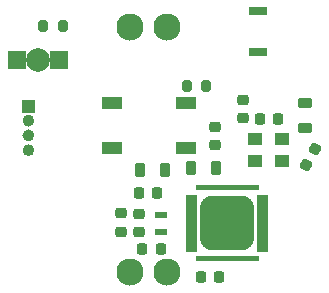
<source format=gbr>
%TF.GenerationSoftware,KiCad,Pcbnew,(6.0.1)*%
%TF.CreationDate,2022-03-21T18:15:36+01:00*%
%TF.ProjectId,KiCad_PCB,4b694361-645f-4504-9342-2e6b69636164,rev?*%
%TF.SameCoordinates,Original*%
%TF.FileFunction,Soldermask,Top*%
%TF.FilePolarity,Negative*%
%FSLAX46Y46*%
G04 Gerber Fmt 4.6, Leading zero omitted, Abs format (unit mm)*
G04 Created by KiCad (PCBNEW (6.0.1)) date 2022-03-21 18:15:36*
%MOMM*%
%LPD*%
G01*
G04 APERTURE LIST*
G04 Aperture macros list*
%AMRoundRect*
0 Rectangle with rounded corners*
0 $1 Rounding radius*
0 $2 $3 $4 $5 $6 $7 $8 $9 X,Y pos of 4 corners*
0 Add a 4 corners polygon primitive as box body*
4,1,4,$2,$3,$4,$5,$6,$7,$8,$9,$2,$3,0*
0 Add four circle primitives for the rounded corners*
1,1,$1+$1,$2,$3*
1,1,$1+$1,$4,$5*
1,1,$1+$1,$6,$7*
1,1,$1+$1,$8,$9*
0 Add four rect primitives between the rounded corners*
20,1,$1+$1,$2,$3,$4,$5,0*
20,1,$1+$1,$4,$5,$6,$7,0*
20,1,$1+$1,$6,$7,$8,$9,0*
20,1,$1+$1,$8,$9,$2,$3,0*%
G04 Aperture macros list end*
%ADD10C,0.010000*%
%ADD11C,0.501200*%
%ADD12RoundRect,0.225000X0.225000X0.250000X-0.225000X0.250000X-0.225000X-0.250000X0.225000X-0.250000X0*%
%ADD13RoundRect,0.225000X0.104006X-0.319856X0.329006X0.069856X-0.104006X0.319856X-0.329006X-0.069856X0*%
%ADD14RoundRect,0.225000X0.250000X-0.225000X0.250000X0.225000X-0.250000X0.225000X-0.250000X-0.225000X0*%
%ADD15RoundRect,0.218750X-0.218750X-0.381250X0.218750X-0.381250X0.218750X0.381250X-0.218750X0.381250X0*%
%ADD16R,1.100000X0.600000*%
%ADD17C,2.000000*%
%ADD18R,1.500000X1.590000*%
%ADD19RoundRect,0.218750X0.381250X-0.218750X0.381250X0.218750X-0.381250X0.218750X-0.381250X-0.218750X0*%
%ADD20RoundRect,0.225000X-0.250000X0.225000X-0.250000X-0.225000X0.250000X-0.225000X0.250000X0.225000X0*%
%ADD21R,1.700000X1.000000*%
%ADD22R,1.600000X0.800000*%
%ADD23R,1.300000X1.100000*%
%ADD24RoundRect,1.058000X-1.242000X-1.242000X1.242000X-1.242000X1.242000X1.242000X-1.242000X1.242000X0*%
%ADD25RoundRect,0.200000X-0.200000X-0.275000X0.200000X-0.275000X0.200000X0.275000X-0.200000X0.275000X0*%
%ADD26RoundRect,0.225000X-0.225000X-0.250000X0.225000X-0.250000X0.225000X0.250000X-0.225000X0.250000X0*%
%ADD27RoundRect,0.200000X0.200000X0.275000X-0.200000X0.275000X-0.200000X-0.275000X0.200000X-0.275000X0*%
%ADD28C,2.300000*%
G04 APERTURE END LIST*
D10*
%TO.C,U2*%
X154553283Y-108403000D02*
X155403000Y-108403000D01*
X155403000Y-108403000D02*
X155403000Y-108758140D01*
X155403000Y-108758140D02*
X154553283Y-108758140D01*
X154553283Y-108758140D02*
X154553283Y-108403000D01*
G36*
X155403000Y-108758140D02*
G01*
X154553283Y-108758140D01*
X154553283Y-108403000D01*
X155403000Y-108403000D01*
X155403000Y-108758140D01*
G37*
X155403000Y-108758140D02*
X154553283Y-108758140D01*
X154553283Y-108403000D01*
X155403000Y-108403000D01*
X155403000Y-108758140D01*
X150947770Y-105203000D02*
X151803000Y-105203000D01*
X151803000Y-105203000D02*
X151803000Y-105552962D01*
X151803000Y-105552962D02*
X150947770Y-105552962D01*
X150947770Y-105552962D02*
X150947770Y-105203000D01*
G36*
X151803000Y-105552962D02*
G01*
X150947770Y-105552962D01*
X150947770Y-105203000D01*
X151803000Y-105203000D01*
X151803000Y-105552962D01*
G37*
X151803000Y-105552962D02*
X150947770Y-105552962D01*
X150947770Y-105203000D01*
X151803000Y-105203000D01*
X151803000Y-105552962D01*
X156156450Y-108403000D02*
X157003000Y-108403000D01*
X157003000Y-108403000D02*
X157003000Y-108759170D01*
X157003000Y-108759170D02*
X156156450Y-108759170D01*
X156156450Y-108759170D02*
X156156450Y-108403000D01*
G36*
X157003000Y-108759170D02*
G01*
X156156450Y-108759170D01*
X156156450Y-108403000D01*
X157003000Y-108403000D01*
X157003000Y-108759170D01*
G37*
X157003000Y-108759170D02*
X156156450Y-108759170D01*
X156156450Y-108403000D01*
X157003000Y-108403000D01*
X157003000Y-108759170D01*
X152552000Y-102403000D02*
X153403000Y-102403000D01*
X153403000Y-102403000D02*
X153403000Y-102751450D01*
X153403000Y-102751450D02*
X152552000Y-102751450D01*
X152552000Y-102751450D02*
X152552000Y-102403000D01*
G36*
X153403000Y-102751450D02*
G01*
X152552000Y-102751450D01*
X152552000Y-102403000D01*
X153403000Y-102403000D01*
X153403000Y-102751450D01*
G37*
X153403000Y-102751450D02*
X152552000Y-102751450D01*
X152552000Y-102403000D01*
X153403000Y-102403000D01*
X153403000Y-102751450D01*
X150950410Y-106003000D02*
X151803000Y-106003000D01*
X151803000Y-106003000D02*
X151803000Y-106353586D01*
X151803000Y-106353586D02*
X150950410Y-106353586D01*
X150950410Y-106353586D02*
X150950410Y-106003000D01*
G36*
X151803000Y-106353586D02*
G01*
X150950410Y-106353586D01*
X150950410Y-106003000D01*
X151803000Y-106003000D01*
X151803000Y-106353586D01*
G37*
X151803000Y-106353586D02*
X150950410Y-106353586D01*
X150950410Y-106003000D01*
X151803000Y-106003000D01*
X151803000Y-106353586D01*
X152952560Y-108403000D02*
X153803000Y-108403000D01*
X153803000Y-108403000D02*
X153803000Y-108753980D01*
X153803000Y-108753980D02*
X152952560Y-108753980D01*
X152952560Y-108753980D02*
X152952560Y-108403000D01*
G36*
X153803000Y-108753980D02*
G01*
X152952560Y-108753980D01*
X152952560Y-108403000D01*
X153803000Y-108403000D01*
X153803000Y-108753980D01*
G37*
X153803000Y-108753980D02*
X152952560Y-108753980D01*
X152952560Y-108403000D01*
X153803000Y-108403000D01*
X153803000Y-108753980D01*
X155353646Y-102403000D02*
X156203000Y-102403000D01*
X156203000Y-102403000D02*
X156203000Y-102751130D01*
X156203000Y-102751130D02*
X155353646Y-102751130D01*
X155353646Y-102751130D02*
X155353646Y-102403000D01*
G36*
X156203000Y-102751130D02*
G01*
X155353646Y-102751130D01*
X155353646Y-102403000D01*
X156203000Y-102403000D01*
X156203000Y-102751130D01*
G37*
X156203000Y-102751130D02*
X155353646Y-102751130D01*
X155353646Y-102403000D01*
X156203000Y-102403000D01*
X156203000Y-102751130D01*
X153352650Y-108403000D02*
X154203000Y-108403000D01*
X154203000Y-108403000D02*
X154203000Y-108754080D01*
X154203000Y-108754080D02*
X153352650Y-108754080D01*
X153352650Y-108754080D02*
X153352650Y-108403000D01*
G36*
X154203000Y-108754080D02*
G01*
X153352650Y-108754080D01*
X153352650Y-108403000D01*
X154203000Y-108403000D01*
X154203000Y-108754080D01*
G37*
X154203000Y-108754080D02*
X153352650Y-108754080D01*
X153352650Y-108403000D01*
X154203000Y-108403000D01*
X154203000Y-108754080D01*
X150949730Y-106803000D02*
X151803000Y-106803000D01*
X151803000Y-106803000D02*
X151803000Y-107154510D01*
X151803000Y-107154510D02*
X150949730Y-107154510D01*
X150949730Y-107154510D02*
X150949730Y-106803000D01*
G36*
X151803000Y-107154510D02*
G01*
X150949730Y-107154510D01*
X150949730Y-106803000D01*
X151803000Y-106803000D01*
X151803000Y-107154510D01*
G37*
X151803000Y-107154510D02*
X150949730Y-107154510D01*
X150949730Y-106803000D01*
X151803000Y-106803000D01*
X151803000Y-107154510D01*
X154953084Y-102403000D02*
X155803000Y-102403000D01*
X155803000Y-102403000D02*
X155803000Y-102752590D01*
X155803000Y-102752590D02*
X154953084Y-102752590D01*
X154953084Y-102752590D02*
X154953084Y-102403000D01*
G36*
X155803000Y-102752590D02*
G01*
X154953084Y-102752590D01*
X154953084Y-102403000D01*
X155803000Y-102403000D01*
X155803000Y-102752590D01*
G37*
X155803000Y-102752590D02*
X154953084Y-102752590D01*
X154953084Y-102403000D01*
X155803000Y-102403000D01*
X155803000Y-102752590D01*
X156956200Y-107603000D02*
X157803000Y-107603000D01*
X157803000Y-107603000D02*
X157803000Y-107955950D01*
X157803000Y-107955950D02*
X156956200Y-107955950D01*
X156956200Y-107955950D02*
X156956200Y-107603000D01*
G36*
X157803000Y-107955950D02*
G01*
X156956200Y-107955950D01*
X156956200Y-107603000D01*
X157803000Y-107603000D01*
X157803000Y-107955950D01*
G37*
X157803000Y-107955950D02*
X156956200Y-107955950D01*
X156956200Y-107603000D01*
X157803000Y-107603000D01*
X157803000Y-107955950D01*
X151751600Y-102403000D02*
X152603000Y-102403000D01*
X152603000Y-102403000D02*
X152603000Y-102751490D01*
X152603000Y-102751490D02*
X151751600Y-102751490D01*
X151751600Y-102751490D02*
X151751600Y-102403000D01*
G36*
X152603000Y-102751490D02*
G01*
X151751600Y-102751490D01*
X151751600Y-102403000D01*
X152603000Y-102403000D01*
X152603000Y-102751490D01*
G37*
X152603000Y-102751490D02*
X151751600Y-102751490D01*
X151751600Y-102403000D01*
X152603000Y-102403000D01*
X152603000Y-102751490D01*
X150948110Y-103203000D02*
X151803000Y-103203000D01*
X151803000Y-103203000D02*
X151803000Y-103550110D01*
X151803000Y-103550110D02*
X150948110Y-103550110D01*
X150948110Y-103550110D02*
X150948110Y-103203000D01*
G36*
X151803000Y-103550110D02*
G01*
X150948110Y-103550110D01*
X150948110Y-103203000D01*
X151803000Y-103203000D01*
X151803000Y-103550110D01*
G37*
X151803000Y-103550110D02*
X150948110Y-103550110D01*
X150948110Y-103203000D01*
X151803000Y-103203000D01*
X151803000Y-103550110D01*
X150947100Y-104803000D02*
X151803000Y-104803000D01*
X151803000Y-104803000D02*
X151803000Y-105152268D01*
X151803000Y-105152268D02*
X150947100Y-105152268D01*
X150947100Y-105152268D02*
X150947100Y-104803000D01*
G36*
X151803000Y-105152268D02*
G01*
X150947100Y-105152268D01*
X150947100Y-104803000D01*
X151803000Y-104803000D01*
X151803000Y-105152268D01*
G37*
X151803000Y-105152268D02*
X150947100Y-105152268D01*
X150947100Y-104803000D01*
X151803000Y-104803000D01*
X151803000Y-105152268D01*
X152952910Y-102403000D02*
X153803000Y-102403000D01*
X153803000Y-102403000D02*
X153803000Y-102752830D01*
X153803000Y-102752830D02*
X152952910Y-102752830D01*
X152952910Y-102752830D02*
X152952910Y-102403000D01*
G36*
X153803000Y-102752830D02*
G01*
X152952910Y-102752830D01*
X152952910Y-102403000D01*
X153803000Y-102403000D01*
X153803000Y-102752830D01*
G37*
X153803000Y-102752830D02*
X152952910Y-102752830D01*
X152952910Y-102403000D01*
X153803000Y-102403000D01*
X153803000Y-102752830D01*
X156154910Y-102403000D02*
X157003000Y-102403000D01*
X157003000Y-102403000D02*
X157003000Y-102749960D01*
X157003000Y-102749960D02*
X156154910Y-102749960D01*
X156154910Y-102749960D02*
X156154910Y-102403000D01*
G36*
X157003000Y-102749960D02*
G01*
X156154910Y-102749960D01*
X156154910Y-102403000D01*
X157003000Y-102403000D01*
X157003000Y-102749960D01*
G37*
X157003000Y-102749960D02*
X156154910Y-102749960D01*
X156154910Y-102403000D01*
X157003000Y-102403000D01*
X157003000Y-102749960D01*
X152152060Y-102403000D02*
X153003000Y-102403000D01*
X153003000Y-102403000D02*
X153003000Y-102751810D01*
X153003000Y-102751810D02*
X152152060Y-102751810D01*
X152152060Y-102751810D02*
X152152060Y-102403000D01*
G36*
X153003000Y-102751810D02*
G01*
X152152060Y-102751810D01*
X152152060Y-102403000D01*
X153003000Y-102403000D01*
X153003000Y-102751810D01*
G37*
X153003000Y-102751810D02*
X152152060Y-102751810D01*
X152152060Y-102403000D01*
X153003000Y-102403000D01*
X153003000Y-102751810D01*
X154152994Y-108403000D02*
X155003000Y-108403000D01*
X155003000Y-108403000D02*
X155003000Y-108753090D01*
X155003000Y-108753090D02*
X154152994Y-108753090D01*
X154152994Y-108753090D02*
X154152994Y-108403000D01*
G36*
X155003000Y-108753090D02*
G01*
X154152994Y-108753090D01*
X154152994Y-108403000D01*
X155003000Y-108403000D01*
X155003000Y-108753090D01*
G37*
X155003000Y-108753090D02*
X154152994Y-108753090D01*
X154152994Y-108403000D01*
X155003000Y-108403000D01*
X155003000Y-108753090D01*
X154954129Y-108403000D02*
X155803000Y-108403000D01*
X155803000Y-108403000D02*
X155803000Y-108759230D01*
X155803000Y-108759230D02*
X154954129Y-108759230D01*
X154954129Y-108759230D02*
X154954129Y-108403000D01*
G36*
X155803000Y-108759230D02*
G01*
X154954129Y-108759230D01*
X154954129Y-108403000D01*
X155803000Y-108403000D01*
X155803000Y-108759230D01*
G37*
X155803000Y-108759230D02*
X154954129Y-108759230D01*
X154954129Y-108403000D01*
X155803000Y-108403000D01*
X155803000Y-108759230D01*
X150946860Y-104003000D02*
X151803000Y-104003000D01*
X151803000Y-104003000D02*
X151803000Y-104350800D01*
X151803000Y-104350800D02*
X150946860Y-104350800D01*
X150946860Y-104350800D02*
X150946860Y-104003000D01*
G36*
X151803000Y-104350800D02*
G01*
X150946860Y-104350800D01*
X150946860Y-104003000D01*
X151803000Y-104003000D01*
X151803000Y-104350800D01*
G37*
X151803000Y-104350800D02*
X150946860Y-104350800D01*
X150946860Y-104003000D01*
X151803000Y-104003000D01*
X151803000Y-104350800D01*
X156955270Y-104803000D02*
X157803000Y-104803000D01*
X157803000Y-104803000D02*
X157803000Y-105152625D01*
X157803000Y-105152625D02*
X156955270Y-105152625D01*
X156955270Y-105152625D02*
X156955270Y-104803000D01*
G36*
X157803000Y-105152625D02*
G01*
X156955270Y-105152625D01*
X156955270Y-104803000D01*
X157803000Y-104803000D01*
X157803000Y-105152625D01*
G37*
X157803000Y-105152625D02*
X156955270Y-105152625D01*
X156955270Y-104803000D01*
X157803000Y-104803000D01*
X157803000Y-105152625D01*
X153752342Y-102403000D02*
X154603000Y-102403000D01*
X154603000Y-102403000D02*
X154603000Y-102750020D01*
X154603000Y-102750020D02*
X153752342Y-102750020D01*
X153752342Y-102750020D02*
X153752342Y-102403000D01*
G36*
X154603000Y-102750020D02*
G01*
X153752342Y-102750020D01*
X153752342Y-102403000D01*
X154603000Y-102403000D01*
X154603000Y-102750020D01*
G37*
X154603000Y-102750020D02*
X153752342Y-102750020D01*
X153752342Y-102403000D01*
X154603000Y-102403000D01*
X154603000Y-102750020D01*
X150950380Y-106403000D02*
X151803000Y-106403000D01*
X151803000Y-106403000D02*
X151803000Y-106753900D01*
X151803000Y-106753900D02*
X150950380Y-106753900D01*
X150950380Y-106753900D02*
X150950380Y-106403000D01*
G36*
X151803000Y-106753900D02*
G01*
X150950380Y-106753900D01*
X150950380Y-106403000D01*
X151803000Y-106403000D01*
X151803000Y-106753900D01*
G37*
X151803000Y-106753900D02*
X150950380Y-106753900D01*
X150950380Y-106403000D01*
X151803000Y-106403000D01*
X151803000Y-106753900D01*
X152152090Y-108403000D02*
X153003000Y-108403000D01*
X153003000Y-108403000D02*
X153003000Y-108754300D01*
X153003000Y-108754300D02*
X152152090Y-108754300D01*
X152152090Y-108754300D02*
X152152090Y-108403000D01*
G36*
X153003000Y-108754300D02*
G01*
X152152090Y-108754300D01*
X152152090Y-108403000D01*
X153003000Y-108403000D01*
X153003000Y-108754300D01*
G37*
X153003000Y-108754300D02*
X152152090Y-108754300D01*
X152152090Y-108403000D01*
X153003000Y-108403000D01*
X153003000Y-108754300D01*
X155754400Y-108403000D02*
X156603000Y-108403000D01*
X156603000Y-108403000D02*
X156603000Y-108756240D01*
X156603000Y-108756240D02*
X155754400Y-108756240D01*
X155754400Y-108756240D02*
X155754400Y-108403000D01*
G36*
X156603000Y-108756240D02*
G01*
X155754400Y-108756240D01*
X155754400Y-108403000D01*
X156603000Y-108403000D01*
X156603000Y-108756240D01*
G37*
X156603000Y-108756240D02*
X155754400Y-108756240D01*
X155754400Y-108403000D01*
X156603000Y-108403000D01*
X156603000Y-108756240D01*
X154152762Y-102403000D02*
X155003000Y-102403000D01*
X155003000Y-102403000D02*
X155003000Y-102750010D01*
X155003000Y-102750010D02*
X154152762Y-102750010D01*
X154152762Y-102750010D02*
X154152762Y-102403000D01*
G36*
X155003000Y-102750010D02*
G01*
X154152762Y-102750010D01*
X154152762Y-102403000D01*
X155003000Y-102403000D01*
X155003000Y-102750010D01*
G37*
X155003000Y-102750010D02*
X154152762Y-102750010D01*
X154152762Y-102403000D01*
X155003000Y-102403000D01*
X155003000Y-102750010D01*
X153351960Y-102403000D02*
X154203000Y-102403000D01*
X154203000Y-102403000D02*
X154203000Y-102750130D01*
X154203000Y-102750130D02*
X153351960Y-102750130D01*
X153351960Y-102750130D02*
X153351960Y-102403000D01*
G36*
X154203000Y-102750130D02*
G01*
X153351960Y-102750130D01*
X153351960Y-102403000D01*
X154203000Y-102403000D01*
X154203000Y-102750130D01*
G37*
X154203000Y-102750130D02*
X153351960Y-102750130D01*
X153351960Y-102403000D01*
X154203000Y-102403000D01*
X154203000Y-102750130D01*
X156954020Y-103203000D02*
X157803000Y-103203000D01*
X157803000Y-103203000D02*
X157803000Y-103552200D01*
X157803000Y-103552200D02*
X156954020Y-103552200D01*
X156954020Y-103552200D02*
X156954020Y-103203000D01*
G36*
X157803000Y-103552200D02*
G01*
X156954020Y-103552200D01*
X156954020Y-103203000D01*
X157803000Y-103203000D01*
X157803000Y-103552200D01*
G37*
X157803000Y-103552200D02*
X156954020Y-103552200D01*
X156954020Y-103203000D01*
X157803000Y-103203000D01*
X157803000Y-103552200D01*
X150952710Y-105603000D02*
X151803000Y-105603000D01*
X151803000Y-105603000D02*
X151803000Y-105953031D01*
X151803000Y-105953031D02*
X150952710Y-105953031D01*
X150952710Y-105953031D02*
X150952710Y-105603000D01*
G36*
X151803000Y-105953031D02*
G01*
X150952710Y-105953031D01*
X150952710Y-105603000D01*
X151803000Y-105603000D01*
X151803000Y-105953031D01*
G37*
X151803000Y-105953031D02*
X150952710Y-105953031D01*
X150952710Y-105603000D01*
X151803000Y-105603000D01*
X151803000Y-105953031D01*
X156954120Y-106803000D02*
X157803000Y-106803000D01*
X157803000Y-106803000D02*
X157803000Y-107153680D01*
X157803000Y-107153680D02*
X156954120Y-107153680D01*
X156954120Y-107153680D02*
X156954120Y-106803000D01*
G36*
X157803000Y-107153680D02*
G01*
X156954120Y-107153680D01*
X156954120Y-106803000D01*
X157803000Y-106803000D01*
X157803000Y-107153680D01*
G37*
X157803000Y-107153680D02*
X156954120Y-107153680D01*
X156954120Y-106803000D01*
X157803000Y-106803000D01*
X157803000Y-107153680D01*
X155353833Y-108403000D02*
X156203000Y-108403000D01*
X156203000Y-108403000D02*
X156203000Y-108755710D01*
X156203000Y-108755710D02*
X155353833Y-108755710D01*
X155353833Y-108755710D02*
X155353833Y-108403000D01*
G36*
X156203000Y-108755710D02*
G01*
X155353833Y-108755710D01*
X155353833Y-108403000D01*
X156203000Y-108403000D01*
X156203000Y-108755710D01*
G37*
X156203000Y-108755710D02*
X155353833Y-108755710D01*
X155353833Y-108403000D01*
X156203000Y-108403000D01*
X156203000Y-108755710D01*
X150947890Y-104403000D02*
X151803000Y-104403000D01*
X151803000Y-104403000D02*
X151803000Y-104751769D01*
X151803000Y-104751769D02*
X150947890Y-104751769D01*
X150947890Y-104751769D02*
X150947890Y-104403000D01*
G36*
X151803000Y-104751769D02*
G01*
X150947890Y-104751769D01*
X150947890Y-104403000D01*
X151803000Y-104403000D01*
X151803000Y-104751769D01*
G37*
X151803000Y-104751769D02*
X150947890Y-104751769D01*
X150947890Y-104403000D01*
X151803000Y-104403000D01*
X151803000Y-104751769D01*
X155754900Y-102403000D02*
X156603000Y-102403000D01*
X156603000Y-102403000D02*
X156603000Y-102749090D01*
X156603000Y-102749090D02*
X155754900Y-102749090D01*
X155754900Y-102749090D02*
X155754900Y-102403000D01*
G36*
X156603000Y-102749090D02*
G01*
X155754900Y-102749090D01*
X155754900Y-102403000D01*
X156603000Y-102403000D01*
X156603000Y-102749090D01*
G37*
X156603000Y-102749090D02*
X155754900Y-102749090D01*
X155754900Y-102403000D01*
X156603000Y-102403000D01*
X156603000Y-102749090D01*
X150951120Y-107203000D02*
X151803000Y-107203000D01*
X151803000Y-107203000D02*
X151803000Y-107554080D01*
X151803000Y-107554080D02*
X150951120Y-107554080D01*
X150951120Y-107554080D02*
X150951120Y-107203000D01*
G36*
X151803000Y-107554080D02*
G01*
X150951120Y-107554080D01*
X150951120Y-107203000D01*
X151803000Y-107203000D01*
X151803000Y-107554080D01*
G37*
X151803000Y-107554080D02*
X150951120Y-107554080D01*
X150951120Y-107203000D01*
X151803000Y-107203000D01*
X151803000Y-107554080D01*
X156954400Y-107203000D02*
X157803000Y-107203000D01*
X157803000Y-107203000D02*
X157803000Y-107554080D01*
X157803000Y-107554080D02*
X156954400Y-107554080D01*
X156954400Y-107554080D02*
X156954400Y-107203000D01*
G36*
X157803000Y-107554080D02*
G01*
X156954400Y-107554080D01*
X156954400Y-107203000D01*
X157803000Y-107203000D01*
X157803000Y-107554080D01*
G37*
X157803000Y-107554080D02*
X156954400Y-107554080D01*
X156954400Y-107203000D01*
X157803000Y-107203000D01*
X157803000Y-107554080D01*
X156955910Y-103603000D02*
X157803000Y-103603000D01*
X157803000Y-103603000D02*
X157803000Y-103951170D01*
X157803000Y-103951170D02*
X156955910Y-103951170D01*
X156955910Y-103951170D02*
X156955910Y-103603000D01*
G36*
X157803000Y-103951170D02*
G01*
X156955910Y-103951170D01*
X156955910Y-103603000D01*
X157803000Y-103603000D01*
X157803000Y-103951170D01*
G37*
X157803000Y-103951170D02*
X156955910Y-103951170D01*
X156955910Y-103603000D01*
X157803000Y-103603000D01*
X157803000Y-103951170D01*
X156953500Y-104403000D02*
X157803000Y-104403000D01*
X157803000Y-104403000D02*
X157803000Y-104752839D01*
X157803000Y-104752839D02*
X156953500Y-104752839D01*
X156953500Y-104752839D02*
X156953500Y-104403000D01*
G36*
X157803000Y-104752839D02*
G01*
X156953500Y-104752839D01*
X156953500Y-104403000D01*
X157803000Y-104403000D01*
X157803000Y-104752839D01*
G37*
X157803000Y-104752839D02*
X156953500Y-104752839D01*
X156953500Y-104403000D01*
X157803000Y-104403000D01*
X157803000Y-104752839D01*
X156955620Y-105203000D02*
X157803000Y-105203000D01*
X157803000Y-105203000D02*
X157803000Y-105552975D01*
X157803000Y-105552975D02*
X156955620Y-105552975D01*
X156955620Y-105552975D02*
X156955620Y-105203000D01*
G36*
X157803000Y-105552975D02*
G01*
X156955620Y-105552975D01*
X156955620Y-105203000D01*
X157803000Y-105203000D01*
X157803000Y-105552975D01*
G37*
X157803000Y-105552975D02*
X156955620Y-105552975D01*
X156955620Y-105203000D01*
X157803000Y-105203000D01*
X157803000Y-105552975D01*
X152550660Y-108403000D02*
X153403000Y-108403000D01*
X153403000Y-108403000D02*
X153403000Y-108757070D01*
X153403000Y-108757070D02*
X152550660Y-108757070D01*
X152550660Y-108757070D02*
X152550660Y-108403000D01*
G36*
X153403000Y-108757070D02*
G01*
X152550660Y-108757070D01*
X152550660Y-108403000D01*
X153403000Y-108403000D01*
X153403000Y-108757070D01*
G37*
X153403000Y-108757070D02*
X152550660Y-108757070D01*
X152550660Y-108403000D01*
X153403000Y-108403000D01*
X153403000Y-108757070D01*
X150949550Y-103603000D02*
X151803000Y-103603000D01*
X151803000Y-103603000D02*
X151803000Y-103951360D01*
X151803000Y-103951360D02*
X150949550Y-103951360D01*
X150949550Y-103951360D02*
X150949550Y-103603000D01*
G36*
X151803000Y-103951360D02*
G01*
X150949550Y-103951360D01*
X150949550Y-103603000D01*
X151803000Y-103603000D01*
X151803000Y-103951360D01*
G37*
X151803000Y-103951360D02*
X150949550Y-103951360D01*
X150949550Y-103603000D01*
X151803000Y-103603000D01*
X151803000Y-103951360D01*
X154553316Y-102403000D02*
X155403000Y-102403000D01*
X155403000Y-102403000D02*
X155403000Y-102747890D01*
X155403000Y-102747890D02*
X154553316Y-102747890D01*
X154553316Y-102747890D02*
X154553316Y-102403000D01*
G36*
X155403000Y-102747890D02*
G01*
X154553316Y-102747890D01*
X154553316Y-102403000D01*
X155403000Y-102403000D01*
X155403000Y-102747890D01*
G37*
X155403000Y-102747890D02*
X154553316Y-102747890D01*
X154553316Y-102403000D01*
X155403000Y-102403000D01*
X155403000Y-102747890D01*
X156957830Y-106403000D02*
X157803000Y-106403000D01*
X157803000Y-106403000D02*
X157803000Y-106755210D01*
X157803000Y-106755210D02*
X156957830Y-106755210D01*
X156957830Y-106755210D02*
X156957830Y-106403000D01*
G36*
X157803000Y-106755210D02*
G01*
X156957830Y-106755210D01*
X156957830Y-106403000D01*
X157803000Y-106403000D01*
X157803000Y-106755210D01*
G37*
X157803000Y-106755210D02*
X156957830Y-106755210D01*
X156957830Y-106403000D01*
X157803000Y-106403000D01*
X157803000Y-106755210D01*
X156957020Y-104003000D02*
X157803000Y-104003000D01*
X157803000Y-104003000D02*
X157803000Y-104351090D01*
X157803000Y-104351090D02*
X156957020Y-104351090D01*
X156957020Y-104351090D02*
X156957020Y-104003000D01*
G36*
X157803000Y-104351090D02*
G01*
X156957020Y-104351090D01*
X156957020Y-104003000D01*
X157803000Y-104003000D01*
X157803000Y-104351090D01*
G37*
X157803000Y-104351090D02*
X156957020Y-104351090D01*
X156957020Y-104003000D01*
X157803000Y-104003000D01*
X157803000Y-104351090D01*
X150947830Y-107603000D02*
X151803000Y-107603000D01*
X151803000Y-107603000D02*
X151803000Y-107956580D01*
X151803000Y-107956580D02*
X150947830Y-107956580D01*
X150947830Y-107956580D02*
X150947830Y-107603000D01*
G36*
X151803000Y-107956580D02*
G01*
X150947830Y-107956580D01*
X150947830Y-107603000D01*
X151803000Y-107603000D01*
X151803000Y-107956580D01*
G37*
X151803000Y-107956580D02*
X150947830Y-107956580D01*
X150947830Y-107603000D01*
X151803000Y-107603000D01*
X151803000Y-107956580D01*
X156954340Y-106003000D02*
X157803000Y-106003000D01*
X157803000Y-106003000D02*
X157803000Y-106353402D01*
X157803000Y-106353402D02*
X156954340Y-106353402D01*
X156954340Y-106353402D02*
X156954340Y-106003000D01*
G36*
X157803000Y-106353402D02*
G01*
X156954340Y-106353402D01*
X156954340Y-106003000D01*
X157803000Y-106003000D01*
X157803000Y-106353402D01*
G37*
X157803000Y-106353402D02*
X156954340Y-106353402D01*
X156954340Y-106003000D01*
X157803000Y-106003000D01*
X157803000Y-106353402D01*
X156954030Y-105603000D02*
X157803000Y-105603000D01*
X157803000Y-105603000D02*
X157803000Y-105953151D01*
X157803000Y-105953151D02*
X156954030Y-105953151D01*
X156954030Y-105953151D02*
X156954030Y-105603000D01*
G36*
X157803000Y-105953151D02*
G01*
X156954030Y-105953151D01*
X156954030Y-105603000D01*
X157803000Y-105603000D01*
X157803000Y-105953151D01*
G37*
X157803000Y-105953151D02*
X156954030Y-105953151D01*
X156954030Y-105603000D01*
X157803000Y-105603000D01*
X157803000Y-105953151D01*
X151748110Y-108403000D02*
X152603000Y-108403000D01*
X152603000Y-108403000D02*
X152603000Y-108758920D01*
X152603000Y-108758920D02*
X151748110Y-108758920D01*
X151748110Y-108758920D02*
X151748110Y-108403000D01*
G36*
X152603000Y-108758920D02*
G01*
X151748110Y-108758920D01*
X151748110Y-108403000D01*
X152603000Y-108403000D01*
X152603000Y-108758920D01*
G37*
X152603000Y-108758920D02*
X151748110Y-108758920D01*
X151748110Y-108403000D01*
X152603000Y-108403000D01*
X152603000Y-108758920D01*
X153752219Y-108403000D02*
X154603000Y-108403000D01*
X154603000Y-108403000D02*
X154603000Y-108756970D01*
X154603000Y-108756970D02*
X153752219Y-108756970D01*
X153752219Y-108756970D02*
X153752219Y-108403000D01*
G36*
X154603000Y-108756970D02*
G01*
X153752219Y-108756970D01*
X153752219Y-108403000D01*
X154603000Y-108403000D01*
X154603000Y-108756970D01*
G37*
X154603000Y-108756970D02*
X153752219Y-108756970D01*
X153752219Y-108403000D01*
X154603000Y-108403000D01*
X154603000Y-108756970D01*
D11*
%TO.C,J1*%
X137850600Y-96950000D02*
G75*
G03*
X137850600Y-96950000I-250600J0D01*
G01*
X137850600Y-99450000D02*
G75*
G03*
X137850600Y-99450000I-250600J0D01*
G01*
X137850600Y-98200000D02*
G75*
G03*
X137850600Y-98200000I-250600J0D01*
G01*
D10*
X138101200Y-95198800D02*
X138101200Y-96201200D01*
X138101200Y-96201200D02*
X137098800Y-96201200D01*
X137098800Y-96201200D02*
X137098800Y-95198800D01*
X137098800Y-95198800D02*
X138101200Y-95198800D01*
G36*
X138101200Y-96201200D02*
G01*
X137098800Y-96201200D01*
X137098800Y-95198800D01*
X138101200Y-95198800D01*
X138101200Y-96201200D01*
G37*
X138101200Y-96201200D02*
X137098800Y-96201200D01*
X137098800Y-95198800D01*
X138101200Y-95198800D01*
X138101200Y-96201200D01*
%TD*%
D12*
%TO.C,C7*%
X153750000Y-110200000D03*
X152200000Y-110200000D03*
%TD*%
D13*
%TO.C,C10*%
X161100000Y-100700000D03*
X161875000Y-99357660D03*
%TD*%
D14*
%TO.C,C12*%
X153400000Y-99000000D03*
X153400000Y-97450000D03*
%TD*%
D15*
%TO.C,L1*%
X147025000Y-101100000D03*
X149150000Y-101100000D03*
%TD*%
D14*
%TO.C,C8*%
X145400000Y-106350000D03*
X145400000Y-104800000D03*
%TD*%
D16*
%TO.C,Y2*%
X148800000Y-104975000D03*
X148800000Y-106375000D03*
%TD*%
D17*
%TO.C,D1*%
X138405000Y-91800000D03*
D18*
X140200000Y-91800000D03*
X136610000Y-91800000D03*
%TD*%
D19*
%TO.C,L2*%
X161000000Y-97600000D03*
X161000000Y-95475000D03*
%TD*%
D20*
%TO.C,C3*%
X147000000Y-104825000D03*
X147000000Y-106375000D03*
%TD*%
D21*
%TO.C,S1*%
X150978000Y-99253788D03*
X144678000Y-99253788D03*
X150978000Y-95453788D03*
X144678000Y-95453788D03*
%TD*%
D22*
%TO.C,E1*%
X157050000Y-91100000D03*
X157050000Y-87700000D03*
%TD*%
D20*
%TO.C,C2*%
X155800000Y-95200000D03*
X155800000Y-96750000D03*
%TD*%
D23*
%TO.C,Y1*%
X156800000Y-100400000D03*
X159100000Y-100400000D03*
X159100000Y-98500000D03*
X156800000Y-98500000D03*
%TD*%
D24*
%TO.C,U2*%
X154378000Y-105578000D03*
%TD*%
D25*
%TO.C,R2*%
X151000000Y-94000000D03*
X152650000Y-94000000D03*
%TD*%
D26*
%TO.C,C5*%
X157200000Y-96800000D03*
X158750000Y-96800000D03*
%TD*%
D12*
%TO.C,C4*%
X148800000Y-107775000D03*
X147250000Y-107775000D03*
%TD*%
D15*
%TO.C,L3*%
X151400000Y-101000000D03*
X153525000Y-101000000D03*
%TD*%
D26*
%TO.C,C11*%
X146950000Y-103100000D03*
X148500000Y-103100000D03*
%TD*%
D27*
%TO.C,R1*%
X140525000Y-88900000D03*
X138875000Y-88900000D03*
%TD*%
D28*
%TO.C,BT1*%
X149300000Y-109800000D03*
X146200000Y-109800000D03*
X146200000Y-89000000D03*
X149300000Y-89000000D03*
%TD*%
M02*

</source>
